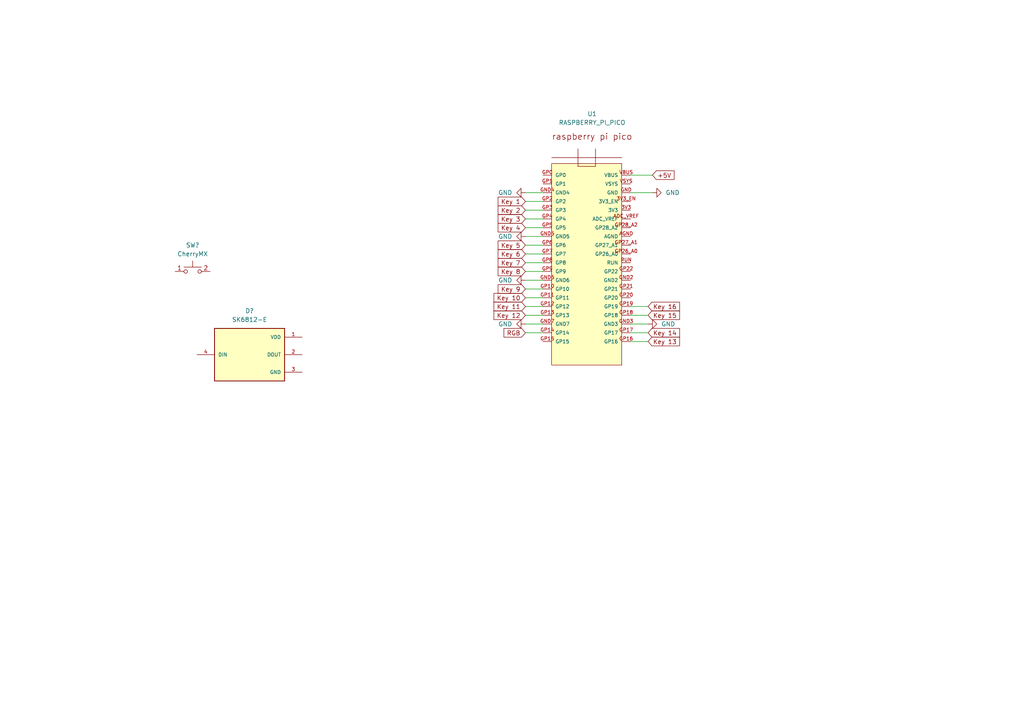
<source format=kicad_sch>
(kicad_sch (version 20230121) (generator eeschema)
  (paper "A4")
  (title_block (title "Macropad V4 Schematic"))
  (lib_symbols
    (symbol "CherryMX:CherryMX" (pin_names (offset 0.254))
      (property "Reference" "SW" (at 2.54 3.175 0))
      (property "Value" "CherryMX" (at 0 -1.905 0))
      (symbol "CherryMX_1_1"
        (circle (center -2.032 0) (radius 0.508))
        (polyline (pts (xy 0 1.27) (xy 0 3.048)))
        (polyline (pts (xy 2.54 1.27) (xy -2.54 1.27)))
        (circle (center 2.032 0) (radius 0.508))
        (pin passive line (at -5.08 0 0) (length 2.54) (name "~") (number "1"))
        (pin passive line (at 5.08 0 180) (length 2.54) (name "~") (number "2"))
      )
    )
    (symbol "RASPBERRY_PI_PICO:RASPBERRY_PI_PICO" (pin_names (offset 1.016))
      (property "Reference" "U" (at 0 0 0))
      (property "Value" "RASPBERRY_PI_PICO" (at 0 0 0))
      (symbol "RASPBERRY_PI_PICO_0_0"
        (rectangle (start -7.62 -34.7604) (end 12.7 23.6596) (stroke (width 0.1524)) (fill (type background)))
        (polyline (pts (xy 0 22.86) (xy 5.08 22.86)) (stroke (width 0.1524)))
        (polyline (pts (xy 0 27.94) (xy 0 22.86)) (stroke (width 0.1524)))
        (polyline (pts (xy 5.08 22.86) (xy 5.08 27.94)) (stroke (width 0.1524)))
        (polyline (pts (xy 12.7 25.4) (xy -7.62 25.4)) (stroke (width 0.1524)))
        (text "raspberry pi pico" (at -7.62 30.48 0) (effects (font (size 1.778 1.778)) (justify left bottom)))
        (pin bidirectional line (at 15.24 10.16 180) (length 2.54) (name "3V3") (number "3V3"))
        (pin bidirectional line (at 15.24 12.7 180) (length 2.54) (name "3V3_EN") (number "3V3_EN"))
        (pin bidirectional line (at 15.24 7.62 180) (length 2.54) (name "ADC_VREF") (number "ADC_VREF"))
        (pin bidirectional line (at 15.24 2.54 180) (length 2.54) (name "AGND") (number "AGND"))
        (pin bidirectional line (at 15.24 15.24 180) (length 2.54) (name "GND") (number "GND"))
        (pin bidirectional line (at 15.24 -10.16 180) (length 2.54) (name "GND2") (number "GND2"))
        (pin bidirectional line (at 15.24 -22.86 180) (length 2.54) (name "GND3") (number "GND3"))
        (pin bidirectional line (at -10.16 15.24 0) (length 2.54) (name "GND4") (number "GND4"))
        (pin bidirectional line (at -10.16 2.54 0) (length 2.54) (name "GND5") (number "GND5"))
        (pin bidirectional line (at -10.16 -10.16 0) (length 2.54) (name "GND6") (number "GND6"))
        (pin bidirectional line (at -10.16 -22.86 0) (length 2.54) (name "GND7") (number "GND7"))
        (pin bidirectional line (at -10.16 20.32 0) (length 2.54) (name "GP0") (number "GP0"))
        (pin bidirectional line (at -10.16 17.78 0) (length 2.54) (name "GP1") (number "GP1"))
        (pin bidirectional line (at -10.16 -12.7 0) (length 2.54) (name "GP10") (number "GP10"))
        (pin bidirectional line (at -10.16 -15.24 0) (length 2.54) (name "GP11") (number "GP11"))
        (pin bidirectional line (at -10.16 -17.78 0) (length 2.54) (name "GP12") (number "GP12"))
        (pin bidirectional line (at -10.16 -20.32 0) (length 2.54) (name "GP13") (number "GP13"))
        (pin bidirectional line (at -10.16 -25.4 0) (length 2.54) (name "GP14") (number "GP14"))
        (pin bidirectional line (at -10.16 -27.94 0) (length 2.54) (name "GP15") (number "GP15"))
        (pin bidirectional line (at 15.24 -27.94 180) (length 2.54) (name "GP16") (number "GP16"))
        (pin bidirectional line (at 15.24 -25.4 180) (length 2.54) (name "GP17") (number "GP17"))
        (pin bidirectional line (at 15.24 -20.32 180) (length 2.54) (name "GP18") (number "GP18"))
        (pin bidirectional line (at 15.24 -17.78 180) (length 2.54) (name "GP19") (number "GP19"))
        (pin bidirectional line (at -10.16 12.7 0) (length 2.54) (name "GP2") (number "GP2"))
        (pin bidirectional line (at 15.24 -15.24 180) (length 2.54) (name "GP20") (number "GP20"))
        (pin bidirectional line (at 15.24 -12.7 180) (length 2.54) (name "GP21") (number "GP21"))
        (pin bidirectional line (at 15.24 -7.62 180) (length 2.54) (name "GP22") (number "GP22"))
        (pin bidirectional line (at 15.24 -2.54 180) (length 2.54) (name "GP26_A0") (number "GP26_A0"))
        (pin bidirectional line (at 15.24 0 180) (length 2.54) (name "GP27_A1") (number "GP27_A1"))
        (pin bidirectional line (at 15.24 5.08 180) (length 2.54) (name "GP28_A2") (number "GP28_A2"))
        (pin bidirectional line (at -10.16 10.16 0) (length 2.54) (name "GP3") (number "GP3"))
        (pin bidirectional line (at -10.16 7.62 0) (length 2.54) (name "GP4") (number "GP4"))
        (pin bidirectional line (at -10.16 5.08 0) (length 2.54) (name "GP5") (number "GP5"))
        (pin bidirectional line (at -10.16 0 0) (length 2.54) (name "GP6") (number "GP6"))
        (pin bidirectional line (at -10.16 -2.54 0) (length 2.54) (name "GP7") (number "GP7"))
        (pin bidirectional line (at -10.16 -5.08 0) (length 2.54) (name "GP8") (number "GP8"))
        (pin bidirectional line (at -10.16 -7.62 0) (length 2.54) (name "GP9") (number "GP9"))
        (pin bidirectional line (at 15.24 -5.08 180) (length 2.54) (name "RUN") (number "RUN"))
        (pin bidirectional line (at 15.24 20.32 180) (length 2.54) (name "VBUS") (number "VBUS"))
        (pin bidirectional line (at 15.24 17.78 180) (length 2.54) (name "VSYS") (number "VSYS"))
      )
    )
    (symbol "SK6812-E:SK6812-E" (pin_names (offset 1.016))
      (property "Reference" "D" (at -10.16 8.89 0))
      (property "Value" "SK6812-E" (at -10.16 -10.16 0))
      (symbol "SK6812-E_0_0"
        (rectangle (start -10.16 -7.62) (end 10.16 7.62) (stroke (width 0.254)) (fill (type background)))
        (pin power_in line (at 15.24 5.08 180) (length 5.08) (name "VDD") (number "1"))
        (pin output line (at 15.24 0 180) (length 5.08) (name "DOUT") (number "2"))
        (pin power_in line (at 15.24 -5.08 180) (length 5.08) (name "GND") (number "3"))
        (pin input line (at -15.24 0 0) (length 5.08) (name "DIN") (number "4"))
      )
    )
    (symbol "power:GND" (power) (pin_names (offset 0))
      (property "Value" "GND" (at 0 -3.81 0))
      (symbol "GND_0_1"
        (polyline (pts (xy 0 0) (xy 0 -1.27) (xy 1.27 -1.27) (xy 0 -2.54) (xy -1.27 -1.27) (xy 0 -1.27)))
      )
      (symbol "GND_1_1"
        (pin power_in line (at 0 0 270) (length 0) hide (name "GND") (number "1"))
      )
    )
  )
  (wire (pts (xy 182.88 88.9) (xy 187.96 88.9)))
  (wire (pts (xy 152.4 66.04) (xy 157.48 66.04)))
  (wire (pts (xy 152.4 73.66) (xy 157.48 73.66)))
  (wire (pts (xy 152.4 81.28) (xy 157.48 81.28)))
  (wire (pts (xy 152.4 63.5) (xy 157.48 63.5)))
  (wire (pts (xy 182.88 91.44) (xy 187.96 91.44)))
  (wire (pts (xy 152.4 60.96) (xy 157.48 60.96)))
  (wire (pts (xy 152.4 83.82) (xy 157.48 83.82)))
  (wire (pts (xy 152.4 58.42) (xy 157.48 58.42)))
  (wire (pts (xy 182.88 55.88) (xy 189.23 55.88)))
  (wire (pts (xy 152.4 71.12) (xy 157.48 71.12)))
  (wire (pts (xy 152.4 68.58) (xy 157.48 68.58)))
  (wire (pts (xy 152.4 96.52) (xy 157.48 96.52)))
  (wire (pts (xy 182.88 50.8) (xy 189.23 50.8)))
  (wire (pts (xy 182.88 93.98) (xy 187.96 93.98)))
  (wire (pts (xy 152.4 55.88) (xy 157.48 55.88)))
  (wire (pts (xy 152.4 76.2) (xy 157.48 76.2)))
  (wire (pts (xy 182.88 99.06) (xy 187.96 99.06)))
  (wire (pts (xy 152.4 93.98) (xy 157.48 93.98)))
  (wire (pts (xy 152.4 86.36) (xy 157.48 86.36)))
  (wire (pts (xy 152.4 91.44) (xy 157.48 91.44)))
  (wire (pts (xy 152.4 88.9) (xy 157.48 88.9)))
  (wire (pts (xy 152.4 78.74) (xy 157.48 78.74)))
  (wire (pts (xy 182.88 96.52) (xy 187.96 96.52)))
  (global_label "Key 7" (shape input) (at 152.4 76.2 180) (property "Intersheetrefs" "${INTERSHEET_REFS}" (effects hide)))
  (global_label "Key 14" (shape input) (at 187.96 96.52 0) (property "Intersheetrefs" "${INTERSHEET_REFS}" (effects hide)))
  (global_label "Key 4" (shape input) (at 152.4 66.04 180) (property "Intersheetrefs" "${INTERSHEET_REFS}" (effects hide)))
  (global_label "Key 9" (shape input) (at 152.4 83.82 180) (property "Intersheetrefs" "${INTERSHEET_REFS}" (effects hide)))
  (global_label "Key 13" (shape input) (at 187.96 99.06 0) (property "Intersheetrefs" "${INTERSHEET_REFS}" (effects hide)))
  (global_label "+5V" (shape input) (at 189.23 50.8 0) (property "Intersheetrefs" "${INTERSHEET_REFS}" (effects hide)))
  (global_label "Key 6" (shape input) (at 152.4 73.66 180) (property "Intersheetrefs" "${INTERSHEET_REFS}" (effects hide)))
  (global_label "Key 1" (shape input) (at 152.4 58.42 180) (property "Intersheetrefs" "${INTERSHEET_REFS}" (effects hide)))
  (global_label "Key 5" (shape input) (at 152.4 71.12 180) (property "Intersheetrefs" "${INTERSHEET_REFS}" (effects hide)))
  (global_label "Key 10" (shape input) (at 152.4 86.36 180) (property "Intersheetrefs" "${INTERSHEET_REFS}" (effects hide)))
  (global_label "Key 16" (shape input) (at 187.96 88.9 0) (property "Intersheetrefs" "${INTERSHEET_REFS}" (effects hide)))
  (global_label "Key 2" (shape input) (at 152.4 60.96 180) (property "Intersheetrefs" "${INTERSHEET_REFS}" (effects hide)))
  (global_label "Key 12" (shape input) (at 152.4 91.44 180) (property "Intersheetrefs" "${INTERSHEET_REFS}" (effects hide)))
  (global_label "RGB" (shape input) (at 152.4 96.52 180) (property "Intersheetrefs" "${INTERSHEET_REFS}" (effects hide)))
  (global_label "Key 8" (shape input) (at 152.4 78.74 180) (property "Intersheetrefs" "${INTERSHEET_REFS}" (effects hide)))
  (global_label "Key 3" (shape input) (at 152.4 63.5 180) (property "Intersheetrefs" "${INTERSHEET_REFS}" (effects hide)))
  (global_label "Key 15" (shape input) (at 187.96 91.44 0) (property "Intersheetrefs" "${INTERSHEET_REFS}" (effects hide)))
  (global_label "Key 11" (shape input) (at 152.4 88.9 180) (property "Intersheetrefs" "${INTERSHEET_REFS}" (effects hide)))
  (symbol (lib_id "CherryMX:CherryMX") (at 55.88 78.74 0) (unit 1)
    (property "Reference" "SW?" (at 55.88 71.12 0))
    (property "Value" "CherryMX" (at 55.88 73.66 0))
    (property "Footprint" "CherryMX_PCB_KailhSocket:CherryMX_1.00u_PCB_KailhSocket" (effects hide))
  )
  (symbol (lib_id "power:GND") (at 189.23 55.88 90) (unit 1)
    (property "Reference" "#PWR06" (effects hide))
    (property "Value" "GND" (at 193.04 55.88 90) (effects (justify right)))
  )
  (symbol (lib_id "power:GND") (at 152.4 68.58 270) (unit 1)
    (property "Reference" "#PWR04" (effects hide))
    (property "Value" "GND" (at 148.59 68.58 90) (effects (justify right)))
  )
  (symbol (lib_id "power:GND") (at 152.4 81.28 270) (unit 1)
    (property "Reference" "#PWR03" (effects hide))
    (property "Value" "GND" (at 148.59 81.28 90) (effects (justify right)))
  )
  (symbol (lib_id "power:GND") (at 152.4 55.88 270) (unit 1)
    (property "Reference" "#PWR05" (effects hide))
    (property "Value" "GND" (at 148.59 55.88 90) (effects (justify right)))
  )
  (symbol (lib_id "SK6812-E:SK6812-E") (at 72.39 102.87 0) (unit 1)
    (property "Reference" "D?" (at 72.39 90.17 0))
    (property "Value" "SK6812-E" (at 72.39 92.71 0))
    (property "Footprint" "SK6812-E:LED_SK6812-E" (effects hide))
    (property "MF" "DONGGUANG OPSCO OPTOELECTRONICS CO., LTD" (effects hide))
    (property "MAXIMUM_PACKAGE_HEIGHT" "0.84mm" (effects hide))
    (property "Package" "Package" (effects hide))
    (property "Price" "None" (effects hide))
    (property "Check_prices" "https://www.snapeda.com/parts/SK6812-E/DONGGUANG+OPSCO+OPTOELECTRONICS+CO.%252C+LTD/view-part/?ref=eda" (effects hide))
    (property "STANDARD" "Manufacturer recommendations" (effects hide))
    (property "PARTREV" "2" (effects hide))
    (property "SnapEDA_Link" "https://www.snapeda.com/parts/SK6812-E/DONGGUANG+OPSCO+OPTOELECTRONICS+CO.%252C+LTD/view-part/?ref=snap" (effects hide))
    (property "MP" "SK6812-E" (effects hide))
    (property "Description" "\nSK6812MINI-E is a smart LED control circuit and light emitting circuit in one controlled LED source, which has the shape of a 3528 LED chip.\n" (effects hide))
    (property "Availability" "Not in stock" (effects hide))
    (property "MANUFACTURER" "DONGGUANG OPSCO" (effects hide))
  )
  (symbol (lib_id "RASPBERRY_PI_PICO:RASPBERRY_PI_PICO") (at 167.64 71.12 0) (unit 1)
    (property "Reference" "U1" (at 171.7371 33.02 0))
    (property "Value" "RASPBERRY_PI_PICO" (at 171.7371 35.56 0))
    (property "Footprint" "RASPBERRY_PI_PICO:RASPBERRY_PI_PICO" (effects hide))
    (property "MF" "Raspberry Pi" (effects hide))
    (property "Description" "\nRaspberry Pi Board, Arm Cortex-M0+; Core Architecture:Arm; Core Sub-Architecture:Cortex-M0+; Kit Contents:Raspberry Pi Pico Board; No. Of Bits:32Bit; Silicon Core Number:Rp2040; Silicon Manufacturer:Raspberry Pi |Raspberry-Pi RASPBERRY PI PICO\n" (effects hide))
    (property "Package" "None" (effects hide))
    (property "Price" "None" (effects hide))
    (property "SnapEDA_Link" "https://www.snapeda.com/parts/RASPBERRY%20PI%20PICO/Raspberry+Pi/view-part/?ref=snap" (effects hide))
    (property "MP" "RASPBERRY PI PICO" (effects hide))
    (property "Availability" "Not in stock" (effects hide))
    (property "Check_prices" "https://www.snapeda.com/parts/RASPBERRY%20PI%20PICO/Raspberry+Pi/view-part/?ref=eda" (effects hide))
  )
  (symbol (lib_id "power:GND") (at 187.96 93.98 90) (unit 1)
    (property "Reference" "#PWR01" (effects hide))
    (property "Value" "GND" (at 191.77 93.98 90) (effects (justify right)))
  )
  (symbol (lib_id "power:GND") (at 152.4 93.98 270) (unit 1)
    (property "Reference" "#PWR02" (effects hide))
    (property "Value" "GND" (at 148.59 93.98 90) (effects (justify right)))
  )
)
</source>
